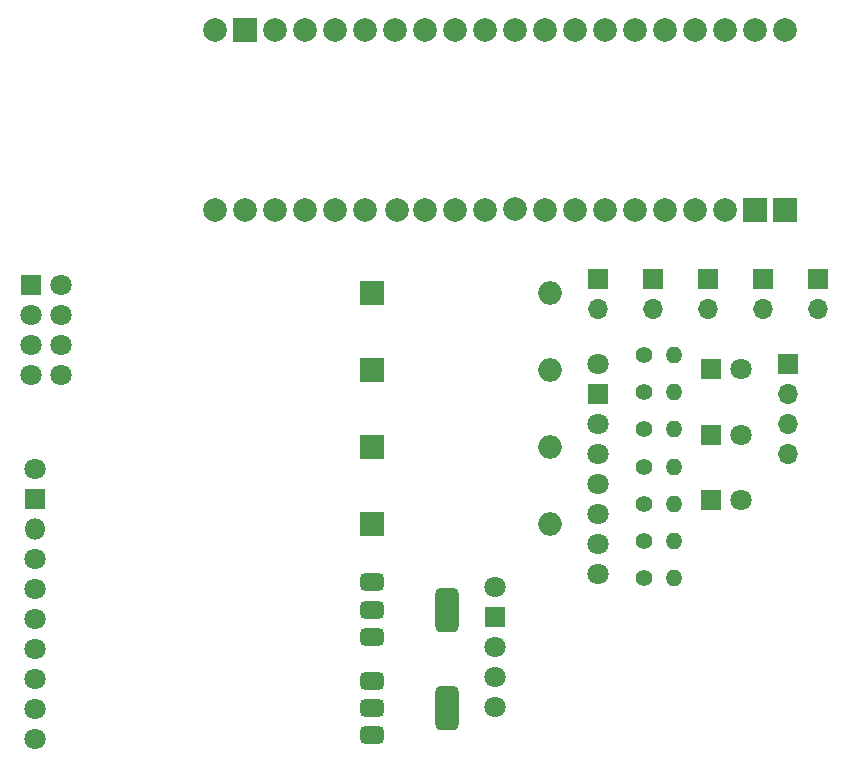
<source format=gbr>
%TF.GenerationSoftware,KiCad,Pcbnew,8.0.1*%
%TF.CreationDate,2024-05-31T10:21:12+03:00*%
%TF.ProjectId,Flight_controller,466c6967-6874-45f6-936f-6e74726f6c6c,rev?*%
%TF.SameCoordinates,Original*%
%TF.FileFunction,Copper,L1,Top*%
%TF.FilePolarity,Positive*%
%FSLAX46Y46*%
G04 Gerber Fmt 4.6, Leading zero omitted, Abs format (unit mm)*
G04 Created by KiCad (PCBNEW 8.0.1) date 2024-05-31 10:21:12*
%MOMM*%
%LPD*%
G01*
G04 APERTURE LIST*
G04 Aperture macros list*
%AMRoundRect*
0 Rectangle with rounded corners*
0 $1 Rounding radius*
0 $2 $3 $4 $5 $6 $7 $8 $9 X,Y pos of 4 corners*
0 Add a 4 corners polygon primitive as box body*
4,1,4,$2,$3,$4,$5,$6,$7,$8,$9,$2,$3,0*
0 Add four circle primitives for the rounded corners*
1,1,$1+$1,$2,$3*
1,1,$1+$1,$4,$5*
1,1,$1+$1,$6,$7*
1,1,$1+$1,$8,$9*
0 Add four rect primitives between the rounded corners*
20,1,$1+$1,$2,$3,$4,$5,0*
20,1,$1+$1,$4,$5,$6,$7,0*
20,1,$1+$1,$6,$7,$8,$9,0*
20,1,$1+$1,$8,$9,$2,$3,0*%
G04 Aperture macros list end*
%TA.AperFunction,ComponentPad*%
%ADD10R,1.700000X1.700000*%
%TD*%
%TA.AperFunction,ComponentPad*%
%ADD11O,1.700000X1.700000*%
%TD*%
%TA.AperFunction,SMDPad,CuDef*%
%ADD12RoundRect,0.375000X-0.625000X-0.375000X0.625000X-0.375000X0.625000X0.375000X-0.625000X0.375000X0*%
%TD*%
%TA.AperFunction,SMDPad,CuDef*%
%ADD13RoundRect,0.500000X-0.500000X-1.400000X0.500000X-1.400000X0.500000X1.400000X-0.500000X1.400000X0*%
%TD*%
%TA.AperFunction,ComponentPad*%
%ADD14C,1.400000*%
%TD*%
%TA.AperFunction,ComponentPad*%
%ADD15O,1.400000X1.400000*%
%TD*%
%TA.AperFunction,ComponentPad*%
%ADD16R,1.800000X1.800000*%
%TD*%
%TA.AperFunction,ComponentPad*%
%ADD17C,1.800000*%
%TD*%
%TA.AperFunction,ComponentPad*%
%ADD18O,1.800000X1.800000*%
%TD*%
%TA.AperFunction,ComponentPad*%
%ADD19R,2.000000X2.000000*%
%TD*%
%TA.AperFunction,ComponentPad*%
%ADD20O,2.000000X2.000000*%
%TD*%
%TA.AperFunction,ComponentPad*%
%ADD21C,2.000000*%
%TD*%
G04 APERTURE END LIST*
D10*
%TO.P,USART1,1,Pin_1*%
%TO.N,USART1_Rx*%
X180300000Y-95200000D03*
D11*
%TO.P,USART1,2,Pin_2*%
%TO.N,USART1_Tx*%
X180300000Y-97740000D03*
%TD*%
D12*
%TO.P,U2,1,GND*%
%TO.N,GND*%
X142600000Y-129240000D03*
%TO.P,U2,2,VO*%
%TO.N,Sensors_Supply*%
X142600000Y-131540000D03*
D13*
X148900000Y-131540000D03*
D12*
%TO.P,U2,3,VI*%
%TO.N,7.4V*%
X142600000Y-133840000D03*
%TD*%
%TO.P,U1,1,GND*%
%TO.N,GND*%
X142600000Y-120915000D03*
%TO.P,U1,2,VO*%
%TO.N,Controllers_supply*%
X142600000Y-123215000D03*
D13*
X148900000Y-123215000D03*
D12*
%TO.P,U1,3,VI*%
%TO.N,7.4V*%
X142600000Y-125515000D03*
%TD*%
D10*
%TO.P,SPI2,1,Pin_1*%
%TO.N,SPI2_SLAVE_SELECT*%
X177790000Y-102400000D03*
D11*
%TO.P,SPI2,2,Pin_2*%
%TO.N,SPI2_MOSI*%
X177790000Y-104940000D03*
%TO.P,SPI2,3,Pin_3*%
%TO.N,SPI2_MISO*%
X177790000Y-107480000D03*
%TO.P,SPI2,4,Pin_4*%
%TO.N,SPI2_SCK*%
X177790000Y-110020000D03*
%TD*%
D10*
%TO.P,Sensors_voltage1,1,Pin_1*%
%TO.N,Sensors_Supply*%
X175650000Y-95200000D03*
D11*
%TO.P,Sensors_voltage1,2,Pin_2*%
%TO.N,GND*%
X175650000Y-97740000D03*
%TD*%
D14*
%TO.P,R7,1*%
%TO.N,GND*%
X165550000Y-120550000D03*
D15*
%TO.P,R7,2*%
%TO.N,Net-(D3-K)*%
X168090000Y-120550000D03*
%TD*%
D14*
%TO.P,R6,1*%
%TO.N,GND*%
X165550000Y-117400000D03*
D15*
%TO.P,R6,2*%
%TO.N,Net-(D2-K)*%
X168090000Y-117400000D03*
%TD*%
D14*
%TO.P,R5,1*%
%TO.N,GND*%
X165550000Y-114250000D03*
D15*
%TO.P,R5,2*%
%TO.N,Net-(D1-K)*%
X168090000Y-114250000D03*
%TD*%
D14*
%TO.P,R4,1*%
%TO.N,18650_signal*%
X165550000Y-111100000D03*
D15*
%TO.P,R4,2*%
%TO.N,GND*%
X168090000Y-111100000D03*
%TD*%
D14*
%TO.P,R3,1*%
%TO.N,7.4V*%
X165550000Y-107950000D03*
D15*
%TO.P,R3,2*%
%TO.N,18650_signal*%
X168090000Y-107950000D03*
%TD*%
D14*
%TO.P,R2,1*%
%TO.N,Lipo_signal*%
X165550000Y-104800000D03*
D15*
%TO.P,R2,2*%
%TO.N,GND*%
X168090000Y-104800000D03*
%TD*%
D14*
%TO.P,R1,1*%
%TO.N,25v*%
X165550000Y-101650000D03*
D15*
%TO.P,R1,2*%
%TO.N,Lipo_signal*%
X168090000Y-101650000D03*
%TD*%
D16*
%TO.P,NRF1,1,Pin_1*%
%TO.N,GND*%
X113675000Y-95725000D03*
D17*
%TO.P,NRF1,2,Pin_2*%
%TO.N,Sensors_Supply*%
X116215000Y-95725000D03*
%TO.P,NRF1,3,Pin_3*%
%TO.N,NRF_CE*%
X113675000Y-98265000D03*
%TO.P,NRF1,4,Pin_4*%
%TO.N,NRF_CSN*%
X116215000Y-98265000D03*
%TO.P,NRF1,5,Pin_5*%
%TO.N,SPI1_SCK*%
X113675000Y-100805000D03*
%TO.P,NRF1,6,Pin_6*%
%TO.N,SPI1_MOSI*%
X116215000Y-100805000D03*
%TO.P,NRF1,7,Pin_7*%
%TO.N,SPI1_MISO*%
X113675000Y-103345000D03*
%TO.P,NRF1,8,Pin_8*%
%TO.N,unconnected-(NRF1-Pin_8-Pad8)*%
X116215000Y-103345000D03*
%TD*%
D10*
%TO.P,LI_ION2,1,+*%
%TO.N,7.4V*%
X171000000Y-95200000D03*
D11*
%TO.P,LI_ION2,2,-*%
%TO.N,3.7V*%
X171000000Y-97740000D03*
%TD*%
D10*
%TO.P,LI_ION1,1,+*%
%TO.N,3.7V*%
X166350000Y-95200000D03*
D11*
%TO.P,LI_ION1,2,-*%
%TO.N,GND*%
X166350000Y-97740000D03*
%TD*%
D17*
%TO.P,IMU1,1,Pin_1*%
%TO.N,Sensors_Supply*%
X114025000Y-111315000D03*
D16*
%TO.P,IMU1,2,Pin_2*%
%TO.N,GND*%
X114025000Y-113855000D03*
D18*
%TO.P,IMU1,3,Pin_3*%
%TO.N,I2C1_SCL*%
X114025000Y-116395000D03*
D17*
%TO.P,IMU1,4,Pin_4*%
%TO.N,I2C1_SDA*%
X114025000Y-118935000D03*
%TO.P,IMU1,5,Pin_5*%
%TO.N,unconnected-(IMU1-Pin_5-Pad5)*%
X114025000Y-121475000D03*
%TO.P,IMU1,6,Pin_6*%
%TO.N,unconnected-(IMU1-Pin_6-Pad6)*%
X114025000Y-124015000D03*
%TO.P,IMU1,7,Pin_7*%
%TO.N,unconnected-(IMU1-Pin_7-Pad7)*%
X114025000Y-126555000D03*
%TO.P,IMU1,8,Pin_8*%
%TO.N,unconnected-(IMU1-Pin_8-Pad8)*%
X114025000Y-129095000D03*
%TO.P,IMU1,9,Pin_9*%
%TO.N,unconnected-(IMU1-Pin_9-Pad9)*%
X114025000Y-131635000D03*
%TO.P,IMU1,10,Pin_10*%
%TO.N,unconnected-(IMU1-Pin_10-Pad10)*%
X114025000Y-134175000D03*
%TD*%
%TO.P,ESC1,1,Pin_1*%
%TO.N,25v*%
X161700000Y-102400000D03*
D16*
%TO.P,ESC1,2,Pin_2*%
%TO.N,GND*%
X161700000Y-104940000D03*
D17*
%TO.P,ESC1,3,Pin_3*%
%TO.N,M1*%
X161700000Y-107480000D03*
%TO.P,ESC1,4,Pin_4*%
%TO.N,M2*%
X161700000Y-110020000D03*
%TO.P,ESC1,5,Pin_5*%
%TO.N,M3*%
X161700000Y-112560000D03*
%TO.P,ESC1,6,Pin_6*%
%TO.N,M4*%
X161700000Y-115100000D03*
%TO.P,ESC1,7,Pin_7*%
%TO.N,unconnected-(ESC1-Pin_7-Pad7)*%
X161700000Y-117640000D03*
%TO.P,ESC1,8,Pin_8*%
%TO.N,unconnected-(ESC1-Pin_8-Pad8)*%
X161700000Y-120180000D03*
%TD*%
D16*
%TO.P,D3,1,K*%
%TO.N,Net-(D3-K)*%
X171240000Y-113950000D03*
D17*
%TO.P,D3,2,A*%
%TO.N,LED3*%
X173780000Y-113950000D03*
%TD*%
D16*
%TO.P,D2,1,K*%
%TO.N,Net-(D2-K)*%
X171240000Y-108400000D03*
D17*
%TO.P,D2,2,A*%
%TO.N,LED2*%
X173780000Y-108400000D03*
%TD*%
D16*
%TO.P,D1,1,K*%
%TO.N,Net-(D1-K)*%
X171240000Y-102850000D03*
D17*
%TO.P,D1,2,A*%
%TO.N,LED1*%
X173780000Y-102850000D03*
%TD*%
D10*
%TO.P,Controllers_voltage1,1,Pin_1*%
%TO.N,Controllers_supply*%
X161700000Y-95200000D03*
D11*
%TO.P,Controllers_voltage1,2,Pin_2*%
%TO.N,GND*%
X161700000Y-97740000D03*
%TD*%
D19*
%TO.P,C4,1*%
%TO.N,Sensors_Supply*%
X142600000Y-115990000D03*
D20*
%TO.P,C4,2*%
%TO.N,GND*%
X157600000Y-115990000D03*
%TD*%
D19*
%TO.P,C3,1*%
%TO.N,7.4V*%
X142600000Y-109455000D03*
D20*
%TO.P,C3,2*%
%TO.N,GND*%
X157600000Y-109455000D03*
%TD*%
D19*
%TO.P,C2,1*%
%TO.N,Controllers_supply*%
X142600000Y-102920000D03*
D20*
%TO.P,C2,2*%
%TO.N,GND*%
X157600000Y-102920000D03*
%TD*%
D19*
%TO.P,C1,1*%
%TO.N,7.4V*%
X142600000Y-96385000D03*
D20*
%TO.P,C1,2*%
%TO.N,GND*%
X157600000Y-96385000D03*
%TD*%
D17*
%TO.P,BMP180,1,Pin_1*%
%TO.N,Sensors_Supply*%
X153000000Y-121340000D03*
D16*
%TO.P,BMP180,2,Pin_2*%
%TO.N,GND*%
X153000000Y-123880000D03*
D17*
%TO.P,BMP180,3,Pin_3*%
%TO.N,I2C2_SCL*%
X153000000Y-126420000D03*
%TO.P,BMP180,4,Pin_4*%
%TO.N,I2C2_SDA*%
X153000000Y-128960000D03*
%TO.P,BMP180,5,Pin_5*%
%TO.N,unconnected-(BMP180-Pin_5-Pad5)*%
X153000000Y-131500000D03*
%TD*%
D21*
%TO.P,BluePill1,1,VBAT*%
%TO.N,unconnected-(BluePill1-VBAT-Pad1)*%
X129275000Y-89395000D03*
%TO.P,BluePill1,2,PC13*%
%TO.N,unconnected-(BluePill1-PC13-Pad2)*%
X131815000Y-89395000D03*
%TO.P,BluePill1,3,PC14*%
%TO.N,unconnected-(BluePill1-PC14-Pad3)*%
X134355000Y-89395000D03*
%TO.P,BluePill1,4,PC15*%
%TO.N,NRF_CE*%
X136895000Y-89395000D03*
%TO.P,BluePill1,5,PA0*%
%TO.N,M4*%
X139435000Y-89395000D03*
%TO.P,BluePill1,6,PA1*%
%TO.N,M3*%
X141975000Y-89395000D03*
%TO.P,BluePill1,7,PA2*%
%TO.N,M2*%
X144675000Y-89395000D03*
%TO.P,BluePill1,8,PA3*%
%TO.N,M1*%
X147055000Y-89395000D03*
%TO.P,BluePill1,9,PA4*%
%TO.N,NRF_CSN*%
X149595000Y-89395000D03*
%TO.P,BluePill1,10,PA5*%
%TO.N,SPI1_SCK*%
X152135000Y-89395000D03*
%TO.P,BluePill1,11,PA6*%
%TO.N,SPI1_MISO*%
X154675000Y-89325000D03*
%TO.P,BluePill1,12,PA7*%
%TO.N,SPI1_MOSI*%
X157215000Y-89395000D03*
%TO.P,BluePill1,13,PB0*%
%TO.N,Lipo_signal*%
X159755000Y-89395000D03*
%TO.P,BluePill1,14,PB1*%
%TO.N,18650_signal*%
X162295000Y-89395000D03*
%TO.P,BluePill1,15,PB10*%
%TO.N,I2C2_SCL*%
X164835000Y-89395000D03*
%TO.P,BluePill1,16,PB11*%
%TO.N,I2C2_SDA*%
X167375000Y-89395000D03*
%TO.P,BluePill1,17,NRST*%
%TO.N,unconnected-(BluePill1-NRST-Pad17)*%
X169915000Y-89395000D03*
%TO.P,BluePill1,18,3.3V*%
%TO.N,Controllers_supply*%
X172455000Y-89395000D03*
D19*
%TO.P,BluePill1,19,GND*%
%TO.N,GND*%
X174995000Y-89395000D03*
%TO.P,BluePill1,20,GND*%
%TO.N,unconnected-(BluePill1-GND-Pad20)*%
X177535000Y-89395000D03*
D21*
%TO.P,BluePill1,21,PB12*%
%TO.N,unconnected-(BluePill1-PB12-Pad21)*%
X177535000Y-74155000D03*
%TO.P,BluePill1,22,PB13*%
%TO.N,SPI2_SCK*%
X174995000Y-74155000D03*
%TO.P,BluePill1,23,PB14*%
%TO.N,SPI2_MISO*%
X172455000Y-74155000D03*
%TO.P,BluePill1,24,PB15*%
%TO.N,SPI2_MOSI*%
X169915000Y-74155000D03*
%TO.P,BluePill1,25,PA8*%
%TO.N,SPI2_SLAVE_SELECT*%
X167375000Y-74155000D03*
%TO.P,BluePill1,26,PA9*%
%TO.N,USART1_Tx*%
X164835000Y-74155000D03*
%TO.P,BluePill1,27,PA10*%
%TO.N,USART1_Rx*%
X162295000Y-74155000D03*
%TO.P,BluePill1,28,PA11*%
%TO.N,unconnected-(BluePill1-PA11-Pad28)*%
X159755000Y-74155000D03*
%TO.P,BluePill1,29,PA12*%
%TO.N,unconnected-(BluePill1-PA12-Pad29)*%
X157215000Y-74155000D03*
%TO.P,BluePill1,30,PA15*%
%TO.N,unconnected-(BluePill1-PA15-Pad30)*%
X154675000Y-74155000D03*
%TO.P,BluePill1,31,PB3*%
%TO.N,unconnected-(BluePill1-PB3-Pad31)*%
X152135000Y-74155000D03*
%TO.P,BluePill1,32,PB4*%
%TO.N,unconnected-(BluePill1-PB4-Pad32)*%
X149595000Y-74155000D03*
%TO.P,BluePill1,33,PB5*%
%TO.N,LED1*%
X147055000Y-74155000D03*
%TO.P,BluePill1,34,PB6*%
%TO.N,I2C1_SCL*%
X144515000Y-74155000D03*
%TO.P,BluePill1,35,PB7*%
%TO.N,I2C1_SDA*%
X141975000Y-74155000D03*
%TO.P,BluePill1,36,PB8*%
%TO.N,LED2*%
X139435000Y-74155000D03*
%TO.P,BluePill1,37,PB9*%
%TO.N,LED3*%
X136895000Y-74155000D03*
%TO.P,BluePill1,38,5V*%
%TO.N,unconnected-(BluePill1-5V-Pad38)*%
X134355000Y-74155000D03*
D19*
%TO.P,BluePill1,39,GND*%
%TO.N,unconnected-(BluePill1-GND-Pad39)*%
X131815000Y-74155000D03*
D21*
%TO.P,BluePill1,40,3.3V*%
%TO.N,unconnected-(BluePill1-3.3V-Pad40)*%
X129275000Y-74155000D03*
%TD*%
M02*

</source>
